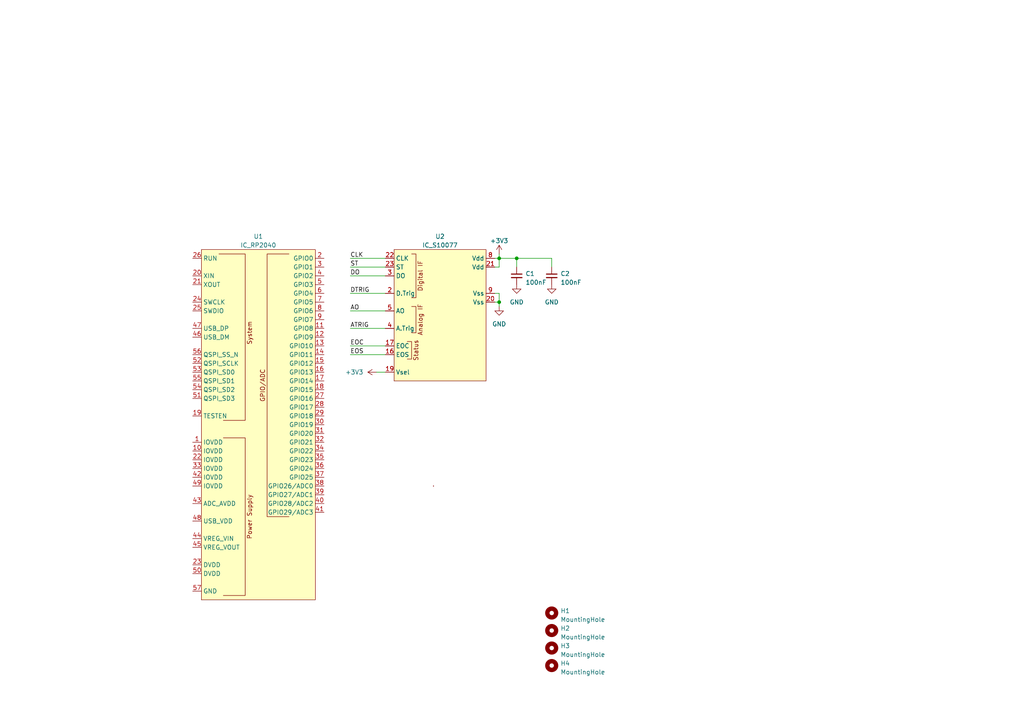
<source format=kicad_sch>
(kicad_sch (version 20220126) (generator eeschema)
  (paper "A4")
  (lib_symbols
    (symbol "Device:C_Small" (pin_numbers hide) (pin_names (offset 0.254) hide)
      (property "Reference" "C" (at 0.254 1.778 0))
      (property "Value" "C_Small" (at 0.254 -2.032 0))
      (symbol "C_Small_0_1"
        (polyline (pts (xy -1.524 -0.508) (xy 1.524 -0.508)) (stroke (width 0.3302)))
        (polyline (pts (xy -1.524 0.508) (xy 1.524 0.508)) (stroke (width 0.3048)))
      )
      (symbol "C_Small_1_1"
        (pin passive line (at 0 2.54 270) (length 2.032) (name "~") (number "1"))
        (pin passive line (at 0 -2.54 90) (length 2.032) (name "~") (number "2"))
      )
    )
    (symbol "Mechanical:MountingHole" (pin_names (offset 1.016))
      (property "Reference" "H" (at 0 5.08 0))
      (property "Value" "MountingHole" (at 0 3.175 0))
      (symbol "MountingHole_0_1"
        (circle (center 0 0) (radius 1.27) (stroke (width 1.27)))
      )
    )
    (symbol "power:+3V3" (power) (pin_names (offset 0))
      (property "Value" "+3V3" (at 0 3.556 0))
      (symbol "+3V3_0_1"
        (polyline (pts (xy -0.762 1.27) (xy 0 2.54)))
        (polyline (pts (xy 0 0) (xy 0 2.54)))
        (polyline (pts (xy 0 2.54) (xy 0.762 1.27)))
      )
      (symbol "+3V3_1_1"
        (pin power_in line (at 0 0 90) (length 0) hide (name "+3V3") (number "1"))
      )
    )
    (symbol "power:GND" (power) (pin_names (offset 0))
      (property "Value" "GND" (at 0 -3.81 0))
      (symbol "GND_0_1"
        (polyline (pts (xy 0 0) (xy 0 -1.27) (xy 1.27 -1.27) (xy 0 -2.54) (xy -1.27 -1.27) (xy 0 -1.27)))
      )
      (symbol "GND_1_1"
        (pin power_in line (at 0 0 270) (length 0) hide (name "GND") (number "1"))
      )
    )
    (symbol "qf-kicad-library:IC_RP2040"
      (property "Reference" "U" (at -15.24 50.8 0))
      (property "Value" "IC_RP2040" (at 11.43 50.8 0))
      (symbol "IC_RP2040_0_0"
        (polyline (pts (xy -10.16 0) (xy -3.81 0) (xy -3.81 48.26) (xy -11.43 48.26)))
        (polyline (pts (xy 8.89 -27.94) (xy 2.54 -27.94) (xy 2.54 48.26) (xy 8.89 48.26)))
        (text "GPIO/ADC" (at 1.27 10.16 900) (effects (font (size 1.27 1.27))))
        (text "Power Supply" (at -2.54 -27.94 900) (effects (font (size 1.27 1.27))))
        (text "System\n" (at -2.54 25.4 900) (effects (font (size 1.27 1.27))))
      )
      (symbol "IC_RP2040_0_1"
        (rectangle (start -16.51 49.53) (end 16.51 -52.07) (fill (type background)))
        (polyline (pts (xy -10.16 -50.8) (xy -3.81 -50.8) (xy -3.81 -5.08) (xy -10.16 -5.08)))
      )
      (symbol "IC_RP2040_1_1"
        (pin power_in line (at -19.05 -6.35 0) (length 2.54) (name "IOVDD") (number "1"))
        (pin power_in line (at -19.05 -8.89 0) (length 2.54) (name "IOVDD") (number "10"))
        (pin bidirectional line (at 19.05 26.67 180) (length 2.54) (name "GPIO8") (number "11"))
        (pin bidirectional line (at 19.05 24.13 180) (length 2.54) (name "GPIO9") (number "12"))
        (pin bidirectional line (at 19.05 21.59 180) (length 2.54) (name "GPIO10") (number "13"))
        (pin bidirectional line (at 19.05 19.05 180) (length 2.54) (name "GPIO11") (number "14"))
        (pin bidirectional line (at 19.05 16.51 180) (length 2.54) (name "GPIO12") (number "15"))
        (pin bidirectional line (at 19.05 13.97 180) (length 2.54) (name "GPIO13") (number "16"))
        (pin bidirectional line (at 19.05 11.43 180) (length 2.54) (name "GPIO14") (number "17"))
        (pin bidirectional line (at 19.05 8.89 180) (length 2.54) (name "GPIO15") (number "18"))
        (pin passive line (at -19.05 1.27 0) (length 2.54) (name "TESTEN") (number "19"))
        (pin bidirectional line (at 19.05 46.99 180) (length 2.54) (name "GPIO0") (number "2"))
        (pin passive line (at -19.05 41.91 0) (length 2.54) (name "XIN") (number "20"))
        (pin passive line (at -19.05 39.37 0) (length 2.54) (name "XOUT") (number "21"))
        (pin power_in line (at -19.05 -11.43 0) (length 2.54) (name "IOVDD") (number "22"))
        (pin power_in line (at -19.05 -41.91 0) (length 2.54) (name "DVDD") (number "23"))
        (pin bidirectional line (at -19.05 34.29 0) (length 2.54) (name "SWCLK") (number "24"))
        (pin bidirectional line (at -19.05 31.75 0) (length 2.54) (name "SWDIO") (number "25"))
        (pin input line (at -19.05 46.99 0) (length 2.54) (name "RUN") (number "26"))
        (pin bidirectional line (at 19.05 6.35 180) (length 2.54) (name "GPIO16") (number "27"))
        (pin bidirectional line (at 19.05 3.81 180) (length 2.54) (name "GPIO17") (number "28"))
        (pin bidirectional line (at 19.05 1.27 180) (length 2.54) (name "GPIO18") (number "29"))
        (pin bidirectional line (at 19.05 44.45 180) (length 2.54) (name "GPIO1") (number "3"))
        (pin bidirectional line (at 19.05 -1.27 180) (length 2.54) (name "GPIO19") (number "30"))
        (pin bidirectional line (at 19.05 -3.81 180) (length 2.54) (name "GPIO20") (number "31"))
        (pin bidirectional line (at 19.05 -6.35 180) (length 2.54) (name "GPIO21") (number "32"))
        (pin power_in line (at -19.05 -13.97 0) (length 2.54) (name "IOVDD") (number "33"))
        (pin bidirectional line (at 19.05 -8.89 180) (length 2.54) (name "GPIO22") (number "34"))
        (pin bidirectional line (at 19.05 -11.43 180) (length 2.54) (name "GPIO23") (number "35"))
        (pin bidirectional line (at 19.05 -13.97 180) (length 2.54) (name "GPIO24") (number "36"))
        (pin bidirectional line (at 19.05 -16.51 180) (length 2.54) (name "GPIO25") (number "37"))
        (pin bidirectional line (at 19.05 -19.05 180) (length 2.54) (name "GPIO26/ADC0") (number "38"))
        (pin bidirectional line (at 19.05 -21.59 180) (length 2.54) (name "GPIO27/ADC1") (number "39"))
        (pin bidirectional line (at 19.05 41.91 180) (length 2.54) (name "GPIO2") (number "4"))
        (pin bidirectional line (at 19.05 -24.13 180) (length 2.54) (name "GPIO28/ADC2") (number "40"))
        (pin bidirectional line (at 19.05 -26.67 180) (length 2.54) (name "GPIO29/ADC3") (number "41"))
        (pin power_in line (at -19.05 -16.51 0) (length 2.54) (name "IOVDD") (number "42"))
        (pin power_in line (at -19.05 -24.13 0) (length 2.54) (name "ADC_AVDD") (number "43"))
        (pin power_in line (at -19.05 -34.29 0) (length 2.54) (name "VREG_VIN") (number "44"))
        (pin power_out line (at -19.05 -36.83 0) (length 2.54) (name "VREG_VOUT") (number "45"))
        (pin bidirectional line (at -19.05 24.13 0) (length 2.54) (name "USB_DM") (number "46"))
        (pin bidirectional line (at -19.05 26.67 0) (length 2.54) (name "USB_DP") (number "47"))
        (pin power_in line (at -19.05 -29.21 0) (length 2.54) (name "USB_VDD") (number "48"))
        (pin power_in line (at -19.05 -19.05 0) (length 2.54) (name "IOVDD") (number "49"))
        (pin bidirectional line (at 19.05 39.37 180) (length 2.54) (name "GPIO3") (number "5"))
        (pin power_in line (at -19.05 -44.45 0) (length 2.54) (name "DVDD") (number "50"))
        (pin bidirectional line (at -19.05 6.35 0) (length 2.54) (name "QSPI_SD3") (number "51"))
        (pin bidirectional line (at -19.05 16.51 0) (length 2.54) (name "QSPI_SCLK") (number "52"))
        (pin bidirectional line (at -19.05 13.97 0) (length 2.54) (name "QSPI_SD0") (number "53"))
        (pin bidirectional line (at -19.05 8.89 0) (length 2.54) (name "QSPI_SD2") (number "54"))
        (pin bidirectional line (at -19.05 11.43 0) (length 2.54) (name "QSPI_SD1") (number "55"))
        (pin bidirectional line (at -19.05 19.05 0) (length 2.54) (name "QSPI_SS_N") (number "56"))
        (pin power_in line (at -19.05 -49.53 0) (length 2.54) (name "GND") (number "57"))
        (pin bidirectional line (at 19.05 36.83 180) (length 2.54) (name "GPIO4") (number "6"))
        (pin bidirectional line (at 19.05 34.29 180) (length 2.54) (name "GPIO5") (number "7"))
        (pin bidirectional line (at 19.05 31.75 180) (length 2.54) (name "GPIO6") (number "8"))
        (pin bidirectional line (at 19.05 29.21 180) (length 2.54) (name "GPIO7") (number "9"))
      )
    )
    (symbol "qf-kicad-library:IC_S10077"
      (property "Reference" "U" (at -12.7 21.59 0))
      (property "Value" "IC_S10077" (at 7.62 21.59 0))
      (symbol "IC_S10077_0_0"
        (text "Analog IF" (at -6.35 0 900) (effects (font (size 1.27 1.27))))
        (text "Digital IF" (at -6.35 12.7 900) (effects (font (size 1.27 1.27))))
        (text "Status" (at -7.62 -8.89 900) (effects (font (size 1.27 1.27))))
      )
      (symbol "IC_S10077_0_1"
        (rectangle (start -13.97 20.32) (end 12.7 -17.78) (fill (type background)))
        (rectangle (start -2.54 -48.26) (end -2.54 -48.26))
        (rectangle (start -2.54 -48.26) (end -2.54 -48.26))
        (rectangle (start -2.54 -48.26) (end -2.54 -48.26))
        (rectangle (start -2.54 -48.26) (end -2.54 -48.26))
        (rectangle (start -2.54 -48.26) (end -2.54 -48.26))
        (rectangle (start -2.54 -48.26) (end -2.54 -48.26))
        (polyline (pts (xy -10.16 -6.35) (xy -8.89 -6.35) (xy -8.89 -11.43) (xy -10.16 -11.43)))
        (polyline (pts (xy -8.89 -3.81) (xy -7.62 -3.81) (xy -7.62 3.81) (xy -8.89 3.81)))
        (polyline (pts (xy -8.89 6.35) (xy -7.62 6.35) (xy -7.62 19.05) (xy -8.89 19.05)))
      )
      (symbol "IC_S10077_1_1"
        (pin no_connect line (at 15.24 2.54 180) (length 2.54) hide (name "NC") (number "1"))
        (pin no_connect line (at 15.24 -5.08 180) (length 2.54) hide (name "NC") (number "10"))
        (pin no_connect line (at 15.24 -7.62 180) (length 2.54) hide (name "NC") (number "11"))
        (pin no_connect line (at 15.24 -10.16 180) (length 2.54) hide (name "NC") (number "12"))
        (pin no_connect line (at 15.24 -12.7 180) (length 2.54) hide (name "NC") (number "13"))
        (pin no_connect line (at 15.24 -15.24 180) (length 2.54) hide (name "NC") (number "14"))
        (pin no_connect line (at 2.54 -20.32 90) (length 2.54) hide (name "NC") (number "15"))
        (pin output line (at -16.51 -10.16 0) (length 2.54) (name "EOS") (number "16"))
        (pin output line (at -16.51 -7.62 0) (length 2.54) (name "EOC") (number "17"))
        (pin no_connect line (at 0 -20.32 90) (length 2.54) hide (name "NC") (number "18"))
        (pin input line (at -16.51 -15.24 0) (length 2.54) (name "Vsel") (number "19"))
        (pin output line (at -16.51 7.62 0) (length 2.54) (name "D.Trig") (number "2"))
        (pin power_in line (at 15.24 5.08 180) (length 2.54) (name "Vss") (number "20"))
        (pin power_in line (at 15.24 15.24 180) (length 2.54) (name "Vdd") (number "21"))
        (pin input line (at -16.51 17.78 0) (length 2.54) (name "CLK") (number "22"))
        (pin input line (at -16.51 15.24 0) (length 2.54) (name "ST") (number "23"))
        (pin no_connect line (at -2.54 -20.32 90) (length 2.54) hide (name "NC") (number "24"))
        (pin output line (at -16.51 12.7 0) (length 2.54) (name "DO") (number "3"))
        (pin output line (at -16.51 -2.54 0) (length 2.54) (name "A.Trig") (number "4"))
        (pin output line (at -16.51 2.54 0) (length 2.54) (name "AO") (number "5"))
        (pin no_connect line (at 15.24 0 180) (length 2.54) hide (name "NC") (number "6"))
        (pin no_connect line (at 15.24 -2.54 180) (length 2.54) hide (name "NC") (number "7"))
        (pin power_in line (at 15.24 17.78 180) (length 2.54) (name "Vdd") (number "8"))
        (pin power_in line (at 15.24 7.62 180) (length 2.54) (name "Vss") (number "9"))
      )
    )
  )
  (junction (at 144.78 74.93))
  (junction (at 144.78 87.63))
  (junction (at 149.86 74.93))
  (wire (pts (xy 109.22 107.95) (xy 111.76 107.95)))
  (wire (pts (xy 101.6 90.17) (xy 111.76 90.17)))
  (wire (pts (xy 143.51 87.63) (xy 144.78 87.63)))
  (wire (pts (xy 101.6 95.25) (xy 111.76 95.25)))
  (wire (pts (xy 149.86 74.93) (xy 160.02 74.93)))
  (wire (pts (xy 101.6 100.33) (xy 111.76 100.33)))
  (wire (pts (xy 160.02 74.93) (xy 160.02 77.47)))
  (wire (pts (xy 149.86 74.93) (xy 149.86 77.47)))
  (wire (pts (xy 144.78 77.47) (xy 144.78 74.93)))
  (wire (pts (xy 144.78 85.09) (xy 144.78 87.63)))
  (wire (pts (xy 101.6 102.87) (xy 111.76 102.87)))
  (wire (pts (xy 101.6 85.09) (xy 111.76 85.09)))
  (wire (pts (xy 144.78 74.93) (xy 149.86 74.93)))
  (wire (pts (xy 143.51 85.09) (xy 144.78 85.09)))
  (wire (pts (xy 101.6 74.93) (xy 111.76 74.93)))
  (wire (pts (xy 143.51 74.93) (xy 144.78 74.93)))
  (wire (pts (xy 101.6 80.01) (xy 111.76 80.01)))
  (wire (pts (xy 144.78 87.63) (xy 144.78 88.9)))
  (wire (pts (xy 101.6 77.47) (xy 111.76 77.47)))
  (wire (pts (xy 144.78 73.66) (xy 144.78 74.93)))
  (wire (pts (xy 143.51 77.47) (xy 144.78 77.47)))
  (label "EOS" (at 101.6 102.87 0))
  (label "ST" (at 101.6 77.47 0))
  (label "DO" (at 101.6 80.01 0))
  (label "CLK" (at 101.6 74.93 0))
  (label "DTRIG" (at 101.6 85.09 0))
  (label "ATRIG" (at 101.6 95.25 0))
  (label "EOC" (at 101.6 100.33 0))
  (label "AO" (at 101.6 90.17 0))
  (symbol (lib_id "Mechanical:MountingHole") (at 160.02 177.8 0) (unit 1)
    (property "Reference" "H1" (at 162.56 177.165 0) (effects (justify left)))
    (property "Value" "MountingHole" (at 162.56 179.705 0) (effects (justify left)))
    (property "Footprint" "MountingHole:MountingHole_3.2mm_M3_ISO14580_Pad" (effects hide))
  )
  (symbol (lib_id "Device:C_Small") (at 160.02 80.01 0) (unit 1)
    (property "Reference" "C2" (at 162.56 79.3813 0) (effects (justify left)))
    (property "Value" "100nF" (at 162.56 81.9213 0) (effects (justify left)))
    (property "Footprint" "Capacitor_SMD:C_0603_1608Metric" (effects hide))
  )
  (symbol (lib_id "power:GND") (at 160.02 82.55 0) (unit 1)
    (property "Reference" "#PWR0105" (effects hide))
    (property "Value" "GND" (at 160.02 87.63 0))
  )
  (symbol (lib_id "Mechanical:MountingHole") (at 160.02 193.04 0) (unit 1)
    (property "Reference" "H4" (at 162.56 192.405 0) (effects (justify left)))
    (property "Value" "MountingHole" (at 162.56 194.945 0) (effects (justify left)))
    (property "Footprint" "MountingHole:MountingHole_3.2mm_M3_ISO14580_Pad" (effects hide))
  )
  (symbol (lib_id "power:GND") (at 149.86 82.55 0) (unit 1)
    (property "Reference" "#PWR0104" (effects hide))
    (property "Value" "GND" (at 149.86 87.63 0))
  )
  (symbol (lib_id "Device:C_Small") (at 149.86 80.01 0) (unit 1)
    (property "Reference" "C1" (at 152.4 79.3813 0) (effects (justify left)))
    (property "Value" "100nF" (at 152.4 81.9213 0) (effects (justify left)))
    (property "Footprint" "Capacitor_SMD:C_0603_1608Metric" (effects hide))
  )
  (symbol (lib_id "Mechanical:MountingHole") (at 160.02 182.88 0) (unit 1)
    (property "Reference" "H2" (at 162.56 182.245 0) (effects (justify left)))
    (property "Value" "MountingHole" (at 162.56 184.785 0) (effects (justify left)))
    (property "Footprint" "MountingHole:MountingHole_3.2mm_M3_ISO14580_Pad" (effects hide))
  )
  (symbol (lib_id "power:+3V3") (at 109.22 107.95 90) (unit 1)
    (property "Reference" "#PWR0101" (effects hide))
    (property "Value" "+3V3" (at 105.41 107.95 90) (effects (justify left)))
  )
  (symbol (lib_id "qf-kicad-library:IC_RP2040") (at 74.93 121.92 0) (unit 1)
    (property "Reference" "U1" (at 74.93 68.58 0))
    (property "Value" "IC_RP2040" (at 74.93 71.12 0))
    (property "Footprint" "qf-kicad-library:IC_RP2040" (effects hide))
    (property "Datasheet" "https://datasheets.raspberrypi.com/rp2040/rp2040-datasheet.pdf" (effects hide))
    (property "PN" "RP2040" (effects hide))
  )
  (symbol (lib_id "Mechanical:MountingHole") (at 160.02 187.96 0) (unit 1)
    (property "Reference" "H3" (at 162.56 187.325 0) (effects (justify left)))
    (property "Value" "MountingHole" (at 162.56 189.865 0) (effects (justify left)))
    (property "Footprint" "MountingHole:MountingHole_3.2mm_M3_ISO14580_Pad" (effects hide))
  )
  (symbol (lib_id "power:GND") (at 144.78 88.9 0) (unit 1)
    (property "Reference" "#PWR0103" (effects hide))
    (property "Value" "GND" (at 144.78 93.98 0))
  )
  (symbol (lib_id "qf-kicad-library:IC_S10077") (at 128.27 92.71 0) (unit 1)
    (property "Reference" "U2" (at 127.635 68.58 0))
    (property "Value" "IC_S10077" (at 127.635 71.12 0))
    (property "Footprint" "qf-kicad-library:IC_S10077" (effects hide))
    (property "Datasheet" "https://www.hamamatsu.com/content/dam/hamamatsu-photonics/sites/documents/99_SALES_LIBRARY/ssd/s10077_kmpd1088e.pdf" (effects hide))
    (property "MFG" "Hamamatsu" (effects hide))
    (property "PN" "S10077" (effects hide))
  )
  (symbol (lib_id "power:+3V3") (at 144.78 73.66 0) (unit 1)
    (property "Reference" "#PWR0102" (effects hide))
    (property "Value" "+3V3" (at 144.78 69.85 0))
  )
)
</source>
